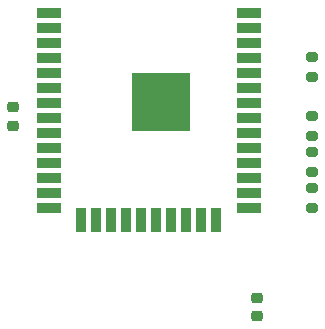
<source format=gbp>
G04 #@! TF.GenerationSoftware,KiCad,Pcbnew,6.0.0-d3dd2cf0fa~116~ubuntu18.04.1*
G04 #@! TF.CreationDate,2023-02-13T16:22:56+00:00*
G04 #@! TF.ProjectId,RemoteESP32,52656d6f-7465-4455-9350-33322e6b6963,rev?*
G04 #@! TF.SameCoordinates,Original*
G04 #@! TF.FileFunction,Paste,Bot*
G04 #@! TF.FilePolarity,Positive*
%FSLAX46Y46*%
G04 Gerber Fmt 4.6, Leading zero omitted, Abs format (unit mm)*
G04 Created by KiCad (PCBNEW 6.0.0-d3dd2cf0fa~116~ubuntu18.04.1) date 2023-02-13 16:22:56*
%MOMM*%
%LPD*%
G01*
G04 APERTURE LIST*
G04 Aperture macros list*
%AMRoundRect*
0 Rectangle with rounded corners*
0 $1 Rounding radius*
0 $2 $3 $4 $5 $6 $7 $8 $9 X,Y pos of 4 corners*
0 Add a 4 corners polygon primitive as box body*
4,1,4,$2,$3,$4,$5,$6,$7,$8,$9,$2,$3,0*
0 Add four circle primitives for the rounded corners*
1,1,$1+$1,$2,$3*
1,1,$1+$1,$4,$5*
1,1,$1+$1,$6,$7*
1,1,$1+$1,$8,$9*
0 Add four rect primitives between the rounded corners*
20,1,$1+$1,$2,$3,$4,$5,0*
20,1,$1+$1,$4,$5,$6,$7,0*
20,1,$1+$1,$6,$7,$8,$9,0*
20,1,$1+$1,$8,$9,$2,$3,0*%
G04 Aperture macros list end*
%ADD10RoundRect,0.200000X-0.275000X0.200000X-0.275000X-0.200000X0.275000X-0.200000X0.275000X0.200000X0*%
%ADD11RoundRect,0.225000X-0.250000X0.225000X-0.250000X-0.225000X0.250000X-0.225000X0.250000X0.225000X0*%
%ADD12R,2.000000X0.900000*%
%ADD13R,0.900000X2.000000*%
%ADD14R,5.000000X5.000000*%
%ADD15RoundRect,0.200000X0.275000X-0.200000X0.275000X0.200000X-0.275000X0.200000X-0.275000X-0.200000X0*%
%ADD16RoundRect,0.225000X0.250000X-0.225000X0.250000X0.225000X-0.250000X0.225000X-0.250000X-0.225000X0*%
G04 APERTURE END LIST*
D10*
X156362400Y-87008200D03*
X156362400Y-88658200D03*
D11*
X131114800Y-91264200D03*
X131114800Y-92814200D03*
D12*
X151095600Y-83276200D03*
X151095600Y-84546200D03*
X151095600Y-85816200D03*
X151095600Y-87086200D03*
X151095600Y-88356200D03*
X151095600Y-89626200D03*
X151095600Y-90896200D03*
X151095600Y-92166200D03*
X151095600Y-93436200D03*
X151095600Y-94706200D03*
X151095600Y-95976200D03*
X151095600Y-97246200D03*
X151095600Y-98516200D03*
X151095600Y-99786200D03*
D13*
X148310600Y-100786200D03*
X147040600Y-100786200D03*
X145770600Y-100786200D03*
X144500600Y-100786200D03*
X143230600Y-100786200D03*
X141960600Y-100786200D03*
X140690600Y-100786200D03*
X139420600Y-100786200D03*
X138150600Y-100786200D03*
X136880600Y-100786200D03*
D12*
X134095600Y-99786200D03*
X134095600Y-98516200D03*
X134095600Y-97246200D03*
X134095600Y-95976200D03*
X134095600Y-94706200D03*
X134095600Y-93436200D03*
X134095600Y-92166200D03*
X134095600Y-90896200D03*
X134095600Y-89626200D03*
X134095600Y-88356200D03*
X134095600Y-87086200D03*
X134095600Y-85816200D03*
X134095600Y-84546200D03*
X134095600Y-83276200D03*
D14*
X143595600Y-90776200D03*
D15*
X156362400Y-93677000D03*
X156362400Y-92027000D03*
D10*
X156362400Y-95075000D03*
X156362400Y-96725000D03*
D16*
X151739600Y-108917800D03*
X151739600Y-107367800D03*
D10*
X156362400Y-98110800D03*
X156362400Y-99760800D03*
M02*

</source>
